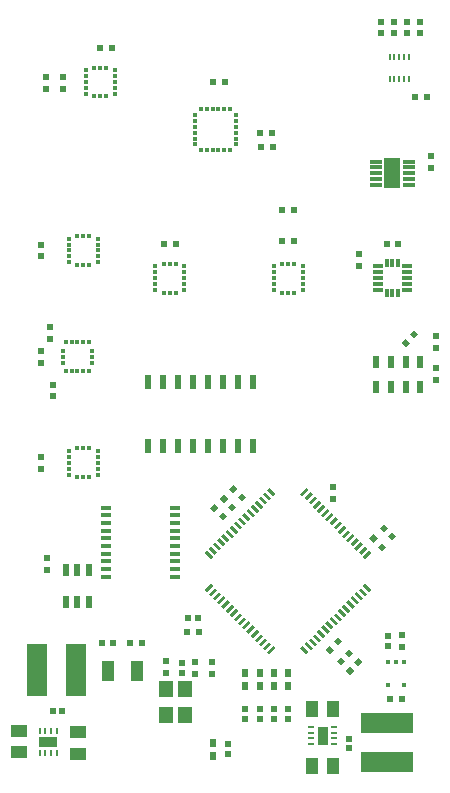
<source format=gtp>
G75*
G70*
%OFA0B0*%
%FSLAX24Y24*%
%IPPOS*%
%LPD*%
%AMOC8*
5,1,8,0,0,1.08239X$1,22.5*
%
%ADD10R,0.0089X0.0236*%
%ADD11R,0.0197X0.0197*%
%ADD12R,0.0136X0.0177*%
%ADD13R,0.0177X0.0136*%
%ADD14R,0.0217X0.0413*%
%ADD15R,0.0197X0.0197*%
%ADD16R,0.0118X0.0157*%
%ADD17R,0.0217X0.0236*%
%ADD18R,0.0341X0.0118*%
%ADD19R,0.0364X0.0118*%
%ADD20R,0.0118X0.0315*%
%ADD21R,0.0106X0.0295*%
%ADD22R,0.0236X0.0217*%
%ADD23R,0.0394X0.0709*%
%ADD24R,0.0472X0.0551*%
%ADD25R,0.0197X0.0276*%
%ADD26R,0.0335X0.0157*%
%ADD27R,0.0118X0.0170*%
%ADD28R,0.0118X0.0177*%
%ADD29R,0.0170X0.0118*%
%ADD30R,0.0177X0.0118*%
%ADD31R,0.0236X0.0500*%
%ADD32R,0.0217X0.0394*%
%ADD33R,0.0394X0.0118*%
%ADD34R,0.0551X0.1024*%
%ADD35R,0.0110X0.0197*%
%ADD36R,0.0630X0.0354*%
%ADD37R,0.0220X0.0240*%
%ADD38R,0.0710X0.1770*%
%ADD39R,0.0570X0.0440*%
%ADD40R,0.0197X0.0110*%
%ADD41R,0.0354X0.0630*%
%ADD42R,0.0240X0.0220*%
%ADD43R,0.1770X0.0710*%
%ADD44R,0.0440X0.0570*%
D10*
X019232Y027440D03*
X019389Y027440D03*
X019547Y027440D03*
X019704Y027440D03*
X019862Y027440D03*
X019862Y028148D03*
X019704Y028148D03*
X019547Y028148D03*
X019389Y028148D03*
X019232Y028148D03*
D11*
X019387Y028947D03*
X019387Y029341D03*
X019824Y029341D03*
X019824Y028947D03*
X020253Y028949D03*
X020253Y029343D03*
X018944Y029341D03*
X018944Y028947D03*
X020077Y026814D03*
X020471Y026814D03*
X020594Y024871D03*
X020594Y024477D03*
X019521Y021914D03*
X019127Y021914D03*
X018204Y021581D03*
X018204Y021187D03*
X016051Y022014D03*
X015657Y022014D03*
X015657Y023064D03*
X016051Y023064D03*
X015331Y025174D03*
X014937Y025174D03*
X014917Y025644D03*
X015311Y025644D03*
X013751Y027324D03*
X013357Y027324D03*
X009981Y028464D03*
X009587Y028464D03*
X008344Y027496D03*
X008344Y027102D03*
X007784Y027102D03*
X007784Y027496D03*
X007594Y021911D03*
X007594Y021517D03*
X007914Y019161D03*
X007914Y018767D03*
X007594Y018371D03*
X007594Y017977D03*
X008014Y017241D03*
X008014Y016847D03*
X007594Y014831D03*
X007594Y014437D03*
X007805Y011468D03*
X007805Y011075D03*
X009627Y008634D03*
X010021Y008634D03*
X010587Y008634D03*
X010981Y008634D03*
X011774Y008031D03*
X011774Y007637D03*
X012754Y007607D03*
X012754Y008001D03*
X013304Y008001D03*
X013304Y007607D03*
X012861Y008991D03*
X012467Y008991D03*
X017334Y013427D03*
X017334Y013821D03*
X020784Y017387D03*
X020784Y017781D03*
X020784Y018467D03*
X020784Y018861D03*
X019631Y008881D03*
X019631Y008487D03*
X019637Y006764D03*
X019243Y006764D03*
X012101Y021924D03*
X011707Y021924D03*
D12*
X011707Y021276D03*
X011904Y021276D03*
X012101Y021276D03*
X012101Y020312D03*
X011904Y020312D03*
X011707Y020312D03*
X009216Y021232D03*
X009019Y021232D03*
X008822Y021232D03*
X008822Y022196D03*
X009019Y022196D03*
X009216Y022196D03*
X009218Y018656D03*
X009021Y018656D03*
X008824Y018656D03*
X008627Y018656D03*
X008430Y018656D03*
X008430Y017692D03*
X008627Y017692D03*
X008824Y017692D03*
X009021Y017692D03*
X009218Y017692D03*
X009218Y015116D03*
X009021Y015116D03*
X008824Y015116D03*
X008824Y014152D03*
X009021Y014152D03*
X009218Y014152D03*
X015657Y020312D03*
X015854Y020312D03*
X016051Y020312D03*
X016051Y021276D03*
X015854Y021276D03*
X015657Y021276D03*
X009781Y026847D03*
X009584Y026847D03*
X009387Y026847D03*
X009387Y027811D03*
X009584Y027811D03*
X009781Y027811D03*
D13*
X010066Y027723D03*
X010066Y027526D03*
X010066Y027329D03*
X010066Y027132D03*
X010066Y026935D03*
X009102Y026935D03*
X009102Y027132D03*
X009102Y027329D03*
X009102Y027526D03*
X009102Y027723D03*
X009501Y022108D03*
X009501Y021911D03*
X009501Y021714D03*
X009501Y021517D03*
X009501Y021320D03*
X008536Y021320D03*
X008536Y021517D03*
X008536Y021714D03*
X008536Y021911D03*
X008536Y022108D03*
X008342Y018371D03*
X008342Y018174D03*
X008342Y017977D03*
X009306Y017977D03*
X009306Y018174D03*
X009306Y018371D03*
X011422Y020400D03*
X011422Y020597D03*
X011422Y020794D03*
X011422Y020991D03*
X011422Y021188D03*
X012386Y021188D03*
X012386Y020991D03*
X012386Y020794D03*
X012386Y020597D03*
X012386Y020400D03*
X015372Y020400D03*
X015372Y020597D03*
X015372Y020794D03*
X015372Y020991D03*
X015372Y021188D03*
X016336Y021188D03*
X016336Y020991D03*
X016336Y020794D03*
X016336Y020597D03*
X016336Y020400D03*
X009503Y015028D03*
X009503Y014831D03*
X009503Y014634D03*
X009503Y014437D03*
X009503Y014240D03*
X008538Y014240D03*
X008538Y014437D03*
X008538Y014634D03*
X008538Y014831D03*
X008538Y015028D03*
D14*
X018780Y017165D03*
X019273Y017165D03*
X019765Y017165D03*
X020257Y017165D03*
X020257Y018012D03*
X019765Y018012D03*
X019273Y018012D03*
X018780Y018012D03*
D15*
G36*
X019899Y018636D02*
X019761Y018498D01*
X019623Y018636D01*
X019761Y018774D01*
X019899Y018636D01*
G37*
G36*
X020178Y018914D02*
X020040Y018776D01*
X019902Y018914D01*
X020040Y019052D01*
X020178Y018914D01*
G37*
G36*
X019041Y012335D02*
X018903Y012473D01*
X019041Y012611D01*
X019179Y012473D01*
X019041Y012335D01*
G37*
G36*
X019319Y012056D02*
X019181Y012194D01*
X019319Y012332D01*
X019457Y012194D01*
X019319Y012056D01*
G37*
G36*
X018971Y011698D02*
X018833Y011836D01*
X018971Y011974D01*
X019109Y011836D01*
X018971Y011698D01*
G37*
G36*
X018693Y011977D02*
X018555Y012115D01*
X018693Y012253D01*
X018831Y012115D01*
X018693Y011977D01*
G37*
G36*
X017643Y008684D02*
X017505Y008546D01*
X017367Y008684D01*
X017505Y008822D01*
X017643Y008684D01*
G37*
G36*
X018018Y008299D02*
X017880Y008161D01*
X017742Y008299D01*
X017880Y008437D01*
X018018Y008299D01*
G37*
G36*
X018329Y007988D02*
X018191Y007850D01*
X018053Y007988D01*
X018191Y008126D01*
X018329Y007988D01*
G37*
G36*
X018051Y007710D02*
X017913Y007572D01*
X017775Y007710D01*
X017913Y007848D01*
X018051Y007710D01*
G37*
G36*
X017740Y008021D02*
X017602Y007883D01*
X017464Y008021D01*
X017602Y008159D01*
X017740Y008021D01*
G37*
G36*
X017365Y008406D02*
X017227Y008268D01*
X017089Y008406D01*
X017227Y008544D01*
X017365Y008406D01*
G37*
G36*
X013981Y013026D02*
X013843Y013164D01*
X013981Y013302D01*
X014119Y013164D01*
X013981Y013026D01*
G37*
G36*
X013670Y012714D02*
X013532Y012852D01*
X013670Y012990D01*
X013808Y012852D01*
X013670Y012714D01*
G37*
G36*
X013391Y012993D02*
X013253Y013131D01*
X013391Y013269D01*
X013529Y013131D01*
X013391Y012993D01*
G37*
G36*
X013702Y013304D02*
X013564Y013442D01*
X013702Y013580D01*
X013840Y013442D01*
X013702Y013304D01*
G37*
G36*
X014021Y013622D02*
X013883Y013760D01*
X014021Y013898D01*
X014159Y013760D01*
X014021Y013622D01*
G37*
G36*
X014299Y013344D02*
X014161Y013482D01*
X014299Y013620D01*
X014437Y013482D01*
X014299Y013344D01*
G37*
D16*
X019184Y008008D03*
X019440Y008008D03*
X019696Y008008D03*
X019696Y007220D03*
X019184Y007220D03*
D17*
X019179Y008517D03*
X019179Y008851D03*
X015834Y006441D03*
X015834Y006107D03*
X015364Y006107D03*
X015364Y006441D03*
X014894Y006441D03*
X014894Y006107D03*
X014404Y006107D03*
X014404Y006441D03*
X013854Y005256D03*
X013854Y004922D03*
X012309Y007627D03*
X012309Y007961D03*
D18*
X018835Y020400D03*
X018835Y021188D03*
X019813Y021188D03*
X019813Y020400D03*
D19*
X019801Y020597D03*
X019801Y020794D03*
X019801Y020991D03*
X018847Y020991D03*
X018847Y020794D03*
X018847Y020597D03*
D20*
X019127Y020292D03*
X019324Y020292D03*
X019521Y020292D03*
X019521Y021296D03*
X019324Y021296D03*
X019127Y021296D03*
D21*
G36*
X016322Y013521D02*
X016247Y013596D01*
X016454Y013803D01*
X016529Y013728D01*
X016322Y013521D01*
G37*
G36*
X016461Y013382D02*
X016386Y013457D01*
X016593Y013664D01*
X016668Y013589D01*
X016461Y013382D01*
G37*
G36*
X016601Y013243D02*
X016526Y013318D01*
X016733Y013525D01*
X016808Y013450D01*
X016601Y013243D01*
G37*
G36*
X016740Y013103D02*
X016665Y013178D01*
X016872Y013385D01*
X016947Y013310D01*
X016740Y013103D01*
G37*
G36*
X016879Y012964D02*
X016804Y013039D01*
X017011Y013246D01*
X017086Y013171D01*
X016879Y012964D01*
G37*
G36*
X017018Y012825D02*
X016943Y012900D01*
X017150Y013107D01*
X017225Y013032D01*
X017018Y012825D01*
G37*
G36*
X017157Y012686D02*
X017082Y012761D01*
X017289Y012968D01*
X017364Y012893D01*
X017157Y012686D01*
G37*
G36*
X017297Y012547D02*
X017222Y012622D01*
X017429Y012829D01*
X017504Y012754D01*
X017297Y012547D01*
G37*
G36*
X017436Y012407D02*
X017361Y012482D01*
X017568Y012689D01*
X017643Y012614D01*
X017436Y012407D01*
G37*
G36*
X017575Y012268D02*
X017500Y012343D01*
X017707Y012550D01*
X017782Y012475D01*
X017575Y012268D01*
G37*
G36*
X017714Y012129D02*
X017639Y012204D01*
X017846Y012411D01*
X017921Y012336D01*
X017714Y012129D01*
G37*
G36*
X017853Y011990D02*
X017778Y012065D01*
X017985Y012272D01*
X018060Y012197D01*
X017853Y011990D01*
G37*
G36*
X017993Y011851D02*
X017918Y011926D01*
X018125Y012133D01*
X018200Y012058D01*
X017993Y011851D01*
G37*
G36*
X018132Y011711D02*
X018057Y011786D01*
X018264Y011993D01*
X018339Y011918D01*
X018132Y011711D01*
G37*
G36*
X018271Y011572D02*
X018196Y011647D01*
X018403Y011854D01*
X018478Y011779D01*
X018271Y011572D01*
G37*
G36*
X018410Y011433D02*
X018335Y011508D01*
X018542Y011715D01*
X018617Y011640D01*
X018410Y011433D01*
G37*
G36*
X018617Y010408D02*
X018542Y010333D01*
X018335Y010540D01*
X018410Y010615D01*
X018617Y010408D01*
G37*
G36*
X018196Y010401D02*
X018271Y010476D01*
X018478Y010269D01*
X018403Y010194D01*
X018196Y010401D01*
G37*
G36*
X018057Y010262D02*
X018132Y010337D01*
X018339Y010130D01*
X018264Y010055D01*
X018057Y010262D01*
G37*
G36*
X017918Y010123D02*
X017993Y010198D01*
X018200Y009991D01*
X018125Y009916D01*
X017918Y010123D01*
G37*
G36*
X017778Y009984D02*
X017853Y010059D01*
X018060Y009852D01*
X017985Y009777D01*
X017778Y009984D01*
G37*
G36*
X017639Y009844D02*
X017714Y009919D01*
X017921Y009712D01*
X017846Y009637D01*
X017639Y009844D01*
G37*
G36*
X017500Y009705D02*
X017575Y009780D01*
X017782Y009573D01*
X017707Y009498D01*
X017500Y009705D01*
G37*
G36*
X017361Y009566D02*
X017436Y009641D01*
X017643Y009434D01*
X017568Y009359D01*
X017361Y009566D01*
G37*
G36*
X017222Y009427D02*
X017297Y009502D01*
X017504Y009295D01*
X017429Y009220D01*
X017222Y009427D01*
G37*
G36*
X017082Y009288D02*
X017157Y009363D01*
X017364Y009156D01*
X017289Y009081D01*
X017082Y009288D01*
G37*
G36*
X016943Y009148D02*
X017018Y009223D01*
X017225Y009016D01*
X017150Y008941D01*
X016943Y009148D01*
G37*
G36*
X016804Y009009D02*
X016879Y009084D01*
X017086Y008877D01*
X017011Y008802D01*
X016804Y009009D01*
G37*
G36*
X016665Y008870D02*
X016740Y008945D01*
X016947Y008738D01*
X016872Y008663D01*
X016665Y008870D01*
G37*
G36*
X016526Y008731D02*
X016601Y008806D01*
X016808Y008599D01*
X016733Y008524D01*
X016526Y008731D01*
G37*
G36*
X016386Y008592D02*
X016461Y008667D01*
X016668Y008460D01*
X016593Y008385D01*
X016386Y008592D01*
G37*
G36*
X016247Y008453D02*
X016322Y008528D01*
X016529Y008321D01*
X016454Y008246D01*
X016247Y008453D01*
G37*
G36*
X015355Y008528D02*
X015430Y008453D01*
X015223Y008246D01*
X015148Y008321D01*
X015355Y008528D01*
G37*
G36*
X015215Y008667D02*
X015290Y008592D01*
X015083Y008385D01*
X015008Y008460D01*
X015215Y008667D01*
G37*
G36*
X015076Y008806D02*
X015151Y008731D01*
X014944Y008524D01*
X014869Y008599D01*
X015076Y008806D01*
G37*
G36*
X014937Y008945D02*
X015012Y008870D01*
X014805Y008663D01*
X014730Y008738D01*
X014937Y008945D01*
G37*
G36*
X014798Y009084D02*
X014873Y009009D01*
X014666Y008802D01*
X014591Y008877D01*
X014798Y009084D01*
G37*
G36*
X014659Y009223D02*
X014734Y009148D01*
X014527Y008941D01*
X014452Y009016D01*
X014659Y009223D01*
G37*
G36*
X014519Y009363D02*
X014594Y009288D01*
X014387Y009081D01*
X014312Y009156D01*
X014519Y009363D01*
G37*
G36*
X014380Y009502D02*
X014455Y009427D01*
X014248Y009220D01*
X014173Y009295D01*
X014380Y009502D01*
G37*
G36*
X014241Y009641D02*
X014316Y009566D01*
X014109Y009359D01*
X014034Y009434D01*
X014241Y009641D01*
G37*
G36*
X014102Y009780D02*
X014177Y009705D01*
X013970Y009498D01*
X013895Y009573D01*
X014102Y009780D01*
G37*
G36*
X013963Y009919D02*
X014038Y009844D01*
X013831Y009637D01*
X013756Y009712D01*
X013963Y009919D01*
G37*
G36*
X013823Y010059D02*
X013898Y009984D01*
X013691Y009777D01*
X013616Y009852D01*
X013823Y010059D01*
G37*
G36*
X013684Y010198D02*
X013759Y010123D01*
X013552Y009916D01*
X013477Y009991D01*
X013684Y010198D01*
G37*
G36*
X013545Y010337D02*
X013620Y010262D01*
X013413Y010055D01*
X013338Y010130D01*
X013545Y010337D01*
G37*
G36*
X013406Y010476D02*
X013481Y010401D01*
X013274Y010194D01*
X013199Y010269D01*
X013406Y010476D01*
G37*
G36*
X013267Y010615D02*
X013342Y010540D01*
X013135Y010333D01*
X013060Y010408D01*
X013267Y010615D01*
G37*
G36*
X013342Y011508D02*
X013267Y011433D01*
X013060Y011640D01*
X013135Y011715D01*
X013342Y011508D01*
G37*
G36*
X013481Y011647D02*
X013406Y011572D01*
X013199Y011779D01*
X013274Y011854D01*
X013481Y011647D01*
G37*
G36*
X013620Y011786D02*
X013545Y011711D01*
X013338Y011918D01*
X013413Y011993D01*
X013620Y011786D01*
G37*
G36*
X013759Y011926D02*
X013684Y011851D01*
X013477Y012058D01*
X013552Y012133D01*
X013759Y011926D01*
G37*
G36*
X013898Y012065D02*
X013823Y011990D01*
X013616Y012197D01*
X013691Y012272D01*
X013898Y012065D01*
G37*
G36*
X014038Y012204D02*
X013963Y012129D01*
X013756Y012336D01*
X013831Y012411D01*
X014038Y012204D01*
G37*
G36*
X014177Y012343D02*
X014102Y012268D01*
X013895Y012475D01*
X013970Y012550D01*
X014177Y012343D01*
G37*
G36*
X014316Y012482D02*
X014241Y012407D01*
X014034Y012614D01*
X014109Y012689D01*
X014316Y012482D01*
G37*
G36*
X014455Y012622D02*
X014380Y012547D01*
X014173Y012754D01*
X014248Y012829D01*
X014455Y012622D01*
G37*
G36*
X014594Y012761D02*
X014519Y012686D01*
X014312Y012893D01*
X014387Y012968D01*
X014594Y012761D01*
G37*
G36*
X014734Y012900D02*
X014659Y012825D01*
X014452Y013032D01*
X014527Y013107D01*
X014734Y012900D01*
G37*
G36*
X014873Y013039D02*
X014798Y012964D01*
X014591Y013171D01*
X014666Y013246D01*
X014873Y013039D01*
G37*
G36*
X015012Y013178D02*
X014937Y013103D01*
X014730Y013310D01*
X014805Y013385D01*
X015012Y013178D01*
G37*
G36*
X015151Y013318D02*
X015076Y013243D01*
X014869Y013450D01*
X014944Y013525D01*
X015151Y013318D01*
G37*
G36*
X015290Y013457D02*
X015215Y013382D01*
X015008Y013589D01*
X015083Y013664D01*
X015290Y013457D01*
G37*
G36*
X015430Y013596D02*
X015355Y013521D01*
X015148Y013728D01*
X015223Y013803D01*
X015430Y013596D01*
G37*
D22*
X012831Y009464D03*
X012497Y009464D03*
D23*
X010816Y007692D03*
X009832Y007692D03*
D24*
X011771Y007085D03*
X012401Y007085D03*
X012401Y006219D03*
X011771Y006219D03*
D25*
X013354Y005305D03*
X013354Y004872D03*
X014404Y007207D03*
X014404Y007640D03*
X014894Y007640D03*
X014894Y007207D03*
X015364Y007207D03*
X015364Y007640D03*
X015834Y007640D03*
X015834Y007207D03*
D26*
X012075Y010839D03*
X012075Y011095D03*
X012075Y011351D03*
X012075Y011607D03*
X012075Y011863D03*
X012075Y012118D03*
X012075Y012374D03*
X012075Y012630D03*
X012075Y012886D03*
X012075Y013142D03*
X009772Y013142D03*
X009772Y012886D03*
X009772Y012630D03*
X009772Y012374D03*
X009772Y012118D03*
X009772Y011863D03*
X009772Y011607D03*
X009772Y011351D03*
X009772Y011095D03*
X009772Y010839D03*
D27*
X012932Y025061D03*
X013916Y025061D03*
X013916Y026419D03*
X012932Y026419D03*
D28*
X013129Y026419D03*
X013325Y026419D03*
X013522Y026419D03*
X013719Y026419D03*
X013719Y025061D03*
X013522Y025061D03*
X013325Y025061D03*
X013129Y025061D03*
D29*
X012745Y025248D03*
X012745Y026232D03*
X014103Y026232D03*
X014103Y025248D03*
D30*
X014103Y025445D03*
X014103Y025642D03*
X014103Y025838D03*
X014103Y026035D03*
X012745Y026035D03*
X012745Y025838D03*
X012745Y025642D03*
X012745Y025445D03*
D31*
X012674Y017317D03*
X013174Y017317D03*
X013674Y017317D03*
X014174Y017317D03*
X014674Y017317D03*
X014674Y015211D03*
X014174Y015211D03*
X013674Y015211D03*
X013174Y015211D03*
X012674Y015211D03*
X012174Y015211D03*
X011674Y015211D03*
X011174Y015211D03*
X011174Y017317D03*
X011674Y017317D03*
X012174Y017317D03*
D32*
X009198Y011075D03*
X008824Y011075D03*
X008450Y011075D03*
X008450Y010012D03*
X008824Y010012D03*
X009198Y010012D03*
D33*
X018773Y023890D03*
X018773Y024087D03*
X018773Y024284D03*
X018773Y024481D03*
X018773Y024678D03*
X019875Y024678D03*
X019875Y024481D03*
X019875Y024284D03*
X019875Y024087D03*
X019875Y023890D03*
D34*
X019324Y024284D03*
D35*
X008149Y005698D03*
X007952Y005698D03*
X007755Y005698D03*
X007559Y005698D03*
X007559Y004950D03*
X007755Y004950D03*
X007952Y004950D03*
X008149Y004950D03*
D36*
X007854Y005324D03*
D37*
X008004Y006374D03*
X008324Y006374D03*
D38*
X008784Y007744D03*
X007484Y007744D03*
D39*
X006884Y004984D03*
X006884Y005704D03*
X008844Y005664D03*
X008844Y004944D03*
D40*
X016620Y005249D03*
X016620Y005446D03*
X016620Y005642D03*
X016620Y005839D03*
X017368Y005839D03*
X017368Y005642D03*
X017368Y005446D03*
X017368Y005249D03*
D41*
X016994Y005544D03*
D42*
X017884Y005444D03*
X017884Y005124D03*
D43*
X019144Y004664D03*
X019144Y005964D03*
D44*
X017354Y006434D03*
X016634Y006434D03*
X016634Y004544D03*
X017354Y004544D03*
M02*

</source>
